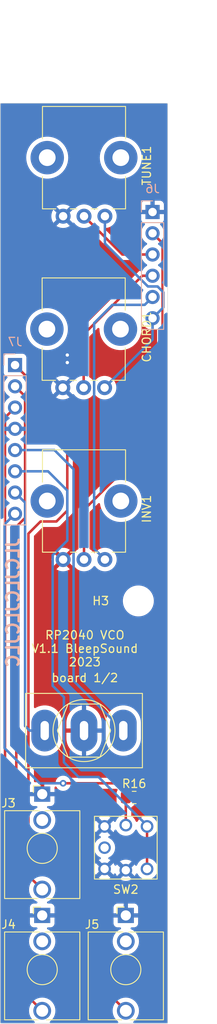
<source format=kicad_pcb>
(kicad_pcb (version 20221018) (generator pcbnew)
  (layers (0 "F.Cu" signal) (31 "B.Cu" signal) (34 "B.Paste" user) (35 "F.Paste" user) (36 "B.SilkS" user "B.Silkscreen") (37 "F.SilkS" user "F.Silkscreen") (38 "B.Mask" user) (39 "F.Mask" user) (44 "Edge.Cuts" user))
  (net 0 "")
  (net 1 "GND")
  (net 2 "+12V")
  (net 4 "+5V")
  (net 5 "+3V3")
  (net 6 "/OutJack")
  (net 7 "/ChordPot")
  (net 8 "/InvPot")
  (net 9 "/V{slash}octJack")
  (net 10 "/InvJack")
  (net 11 "/TunePot")
  (net 12 "/Push_SW")
  (net 13 "/SW_0")
  (net 14 "/SW_1")
  (net 17 "Net-(R7-Pad1)")
  (footprint "Kicad-perso:Thonkiconn" (layer "F.Cu") (at 89 133.6)
    (fp_text reference "J5" (at -4.03 1.08 180) (layer "F.SilkS"))
    (fp_text value "Inv CV")
    (fp_line (start -4.5 1.98) (end -4.5 12.48) (stroke (width 0.12)) (layer "F.SilkS"))
    (fp_line (start -1.06 -1) (end -1.06 -0.2) (stroke (width 0.12)) (layer "F.SilkS"))
    (fp_line (start -1.06 -1) (end -0.2 -1) (stroke (width 0.12)) (layer "F.SilkS"))
    (fp_line (start -0.5 12.48) (end -4.5 12.48) (stroke (width 0.12)) (layer "F.SilkS"))
    (fp_line (start -0.35 1.98) (end -4.5 1.98) (stroke (width 0.12)) (layer "F.SilkS"))
    (fp_line (start 4.5 1.98) (end 0.35 1.98) (stroke (width 0.12)) (layer "F.SilkS"))
    (fp_line (start 4.5 1.98) (end 4.5 12.48) (stroke (width 0.12)) (layer "F.SilkS"))
    (fp_line (start 4.5 12.48) (end 0.5 12.48) (stroke (width 0.12)) (layer "F.SilkS"))
    (fp_circle (center 0 6.48) (end 1.8 6.48) (stroke (width 0.12)) (fill none) (layer "F.SilkS"))
    (pad "S" thru_hole rect (at 0 0 180) (size 1.93 1.83) (drill 1.22) (layers "*.Cu" "*.Mask") (net 1 "GND"))
    (pad "T" thru_hole circle (at 0 11.4 180) (size 2.13 2.13) (drill 1.43) (layers "*.Cu" "*.Mask") (net 10 "/InvJack"))
    (pad "TN" thru_hole circle (at 0 3.1 180) (size 2.13 2.13) (drill 1.42) (layers "*.Cu" "*.Mask"))
  )
  (footprint "Kicad-perso:Thonkiconn" (layer "F.Cu") (at 79 133.6)
    (fp_text reference "J4" (at -4.03 1.08 180) (layer "F.SilkS"))
    (fp_text value "V/oct")
    (fp_line (start -4.5 1.98) (end -4.5 12.48) (stroke (width 0.12)) (layer "F.SilkS"))
    (fp_line (start -1.06 -1) (end -1.06 -0.2) (stroke (width 0.12)) (layer "F.SilkS"))
    (fp_line (start -1.06 -1) (end -0.2 -1) (stroke (width 0.12)) (layer "F.SilkS"))
    (fp_line (start -0.5 12.48) (end -4.5 12.48) (stroke (width 0.12)) (layer "F.SilkS"))
    (fp_line (start -0.35 1.98) (end -4.5 1.98) (stroke (width 0.12)) (layer "F.SilkS"))
    (fp_line (start 4.5 1.98) (end 0.35 1.98) (stroke (width 0.12)) (layer "F.SilkS"))
    (fp_line (start 4.5 1.98) (end 4.5 12.48) (stroke (width 0.12)) (layer "F.SilkS"))
    (fp_line (start 4.5 12.48) (end 0.5 12.48) (stroke (width 0.12)) (layer "F.SilkS"))
    (fp_circle (center 0 6.48) (end 1.8 6.48) (stroke (width 0.12)) (fill none) (layer "F.SilkS"))
    (pad "S" thru_hole rect (at 0 0 180) (size 1.93 1.83) (drill 1.22) (layers "*.Cu" "*.Mask") (net 1 "GND"))
    (pad "T" thru_hole circle (at 0 11.4 180) (size 2.13 2.13) (drill 1.43) (layers "*.Cu" "*.Mask") (net 9 "/V{slash}octJack"))
    (pad "TN" thru_hole circle (at 0 3.1 180) (size 2.13 2.13) (drill 1.42) (layers "*.Cu" "*.Mask"))
  )
  (footprint "Kicad-perso:Thonkiconn" (layer "F.Cu") (at 79 119.1)
    (fp_text reference "J3" (at -4.03 1.08 180) (layer "F.SilkS"))
    (fp_text value "Out")
    (fp_line (start -4.5 1.98) (end -4.5 12.48) (stroke (width 0.12)) (layer "F.SilkS"))
    (fp_line (start -1.06 -1) (end -1.06 -0.2) (stroke (width 0.12)) (layer "F.SilkS"))
    (fp_line (start -1.06 -1) (end -0.2 -1) (stroke (width 0.12)) (layer "F.SilkS"))
    (fp_line (start -0.5 12.48) (end -4.5 12.48) (stroke (width 0.12)) (layer "F.SilkS"))
    (fp_line (start -0.35 1.98) (end -4.5 1.98) (stroke (width 0.12)) (layer "F.SilkS"))
    (fp_line (start 4.5 1.98) (end 0.35 1.98) (stroke (width 0.12)) (layer "F.SilkS"))
    (fp_line (start 4.5 1.98) (end 4.5 12.48) (stroke (width 0.12)) (layer "F.SilkS"))
    (fp_line (start 4.5 12.48) (end 0.5 12.48) (stroke (width 0.12)) (layer "F.SilkS"))
    (fp_circle (center 0 6.48) (end 1.8 6.48) (stroke (width 0.12)) (fill none) (layer "F.SilkS"))
    (pad "S" thru_hole rect (at 0 0 180) (size 1.93 1.83) (drill 1.22) (layers "*.Cu" "*.Mask") (net 1 "GND"))
    (pad "T" thru_hole circle (at 0 11.4 180) (size 2.13 2.13) (drill 1.43) (layers "*.Cu" "*.Mask") (net 6 "/OutJack"))
    (pad "TN" thru_hole circle (at 0 3.1 180) (size 2.13 2.13) (drill 1.42) (layers "*.Cu" "*.Mask"))
  )
  (footprint "Kicad-perso:Pot-bourns-alpha" (layer "F.Cu") (at 86.5 50 90)
    (fp_text reference "TUNE1" (at 6.05 5 90) (layer "F.SilkS"))
    (fp_text value "10k")
    (fp_line (start 0.88 -7.47) (end 0.88 -5.871) (stroke (width 0.12)) (layer "F.SilkS"))
    (fp_line (start 0.88 -7.47) (end 4.745 -7.47) (stroke (width 0.12)) (layer "F.SilkS"))
    (fp_line (start 0.88 -4.129) (end 0.88 -3.37) (stroke (width 0.12)) (layer "F.SilkS"))
    (fp_line (start 0.88 -1.629) (end 0.88 -0.87) (stroke (width 0.12)) (layer "F.SilkS"))
    (fp_line (start 0.88 0.87) (end 0.88 2.47) (stroke (width 0.12)) (layer "F.SilkS"))
    (fp_line (start 0.88 2.47) (end 4.745 2.47) (stroke (width 0.12)) (layer "F.SilkS"))
    (fp_line (start 9.255 -7.47) (end 13.12 -7.47) (stroke (width 0.12)) (layer "F.SilkS"))
    (fp_line (start 9.255 2.47) (end 13.12 2.47) (stroke (width 0.12)) (layer "F.SilkS"))
    (fp_line (start 13.12 -7.47) (end 13.12 2.47) (stroke (width 0.12)) (layer "F.SilkS"))
    (pad "" np_thru_hole circle (at 7 -6.9 90) (size 4 4) (drill 2) (layers "*.Cu" "*.Mask"))
    (pad "" np_thru_hole circle (at 7 1.9 90) (size 4 4) (drill 2) (layers "*.Cu" "*.Mask"))
    (pad "1" thru_hole circle (at 0 0 90) (size 1.8 1.8) (drill 1) (layers "*.Cu" "*.Mask") (net 5 "+3V3"))
    (pad "2" thru_hole circle (at 0 -2.5 90) (size 1.8 1.8) (drill 1) (layers "*.Cu" "*.Mask") (net 11 "/TunePot"))
    (pad "3" thru_hole circle (at 0 -5 90) (size 1.8 1.8) (drill 1) (layers "*.Cu" "*.Mask") (net 1 "GND"))
  )
  (footprint "Kicad-perso:PB01-109TL" (layer "F.Cu") (at 89 125.5)
    (fp_text reference "SW2" (at 0 5 unlocked) (layer "F.SilkS"))
    (fp_text value "SW_MEC_LOW_PROF_LED")
    (fp_line (start -3.75 -3.75) (end 3.75 -3.75) (stroke (width 0.12)) (layer "F.SilkS"))
    (fp_line (start -3.75 3.75) (end -3.75 -3.75) (stroke (width 0.12)) (layer "F.SilkS"))
    (fp_line (start -3.75 3.75) (end 3.75 3.75) (stroke (width 0.12)) (layer "F.SilkS"))
    (fp_line (start 3.75 3.75) (end 3.75 -3.75) (stroke (width 0.12)) (layer "F.SilkS"))
    (pad "" np_thru_hole circle (at -2.54 0) (size 1.5 1.5) (drill 1) (layers "F&B.Cu" "*.Mask"))
    (pad "1" thru_hole circle (at -2.54 2.54) (size 1.524 1.524) (drill 1) (layers "*.Cu" "*.Mask") (net 1 "GND"))
    (pad "2" thru_hole circle (at -2.54 -2.54) (size 1.524 1.524) (drill 1) (layers "*.Cu" "*.Mask") (net 1 "GND"))
    (pad "3" thru_hole circle (at 2.54 2.54) (size 1.524 1.524) (drill 1) (layers "*.Cu" "*.Mask") (net 12 "/Push_SW"))
    (pad "4" thru_hole circle (at 2.54 -2.54) (size 1.524 1.524) (drill 1) (layers "*.Cu" "*.Mask") (net 12 "/Push_SW"))
    (pad "L1" thru_hole circle (at 0 -2.7) (size 1.524 1.524) (drill 1) (layers "*.Cu" "*.Mask") (net 17 "Net-(R7-Pad1)"))
    (pad "L2" thru_hole circle (at 0 2.7) (size 1.524 1.524) (drill 1) (layers "*.Cu" "*.Mask") (net 1 "GND"))
  )
  (footprint "MountingHole:MountingHole_3.2mm_M3" (layer "F.Cu") (at 90.5 96)
    (fp_text reference "H3" (at -4.5 0) (layer "F.SilkS"))
    (fp_text value "SpacerHoles")
    (pad "" np_thru_hole circle (at 0 0) (size 3.2 3.2) (drill 3.2) (layers "*.Cu" "*.Mask"))
  )
  (footprint "Resistor_SMD:R_0805_2012Metric_Pad1.20x1.40mm_HandSolder" (layer "F.Cu") (at 90 119.5)
    (fp_text reference "R16" (at 0 -1.65) (layer "F.SilkS"))
    (fp_text value "2.2k")
    (fp_line (start -0.227064 -0.735) (end 0.227064 -0.735) (stroke (width 0.12)) (layer "F.SilkS"))
    (fp_line (start -0.227064 0.735) (end 0.227064 0.735) (stroke (width 0.12)) (layer "F.SilkS"))
    (pad "1" smd roundrect (at -1 0) (size 1.2 1.4) (layers "F.Cu" "F.Paste" "F.Mask") (roundrect_rratio 0.208333) (net 17 "Net-(R7-Pad1)"))
    (pad "2" smd roundrect (at 1 0) (size 1.2 1.4) (layers "F.Cu" "F.Paste" "F.Mask") (roundrect_rratio 0.208333) (net 2 "+12V"))
  )
  (footprint "Kicad-perso:SW_Toggle_Blue_wSlots" (layer "F.Cu") (at 84 111.5 180)
    (fp_text reference "SW1" hide)
    (fp_text value "SW_SPDT")
    (fp_line (start -6.985 -4.445) (end 6.985 -4.445) (stroke (width 0.12)) (layer "F.SilkS"))
    (fp_line (start -6.985 4.445) (end -6.985 -4.445) (stroke (width 0.12)) (layer "F.SilkS"))
    (fp_line (start -3.175 0) (end -1.905 -3.175) (stroke (width 0.12)) (layer "F.SilkS"))
    (fp_line (start -1.905 -3.175) (end 1.905 -3.175) (stroke (width 0.12)) (layer "F.SilkS"))
    (fp_line (start -1.905 3.175) (end -3.175 0) (stroke (width 0.12)) (layer "F.SilkS"))
    (fp_line (start 1.905 -3.175) (end 3.175 0) (stroke (width 0.12)) (layer "F.SilkS"))
    (fp_line (start 1.905 3.175) (end -1.905 3.175) (stroke (width 0.12)) (layer "F.SilkS"))
    (fp_line (start 3.175 0) (end 1.905 3.175) (stroke (width 0.12)) (layer "F.SilkS"))
    (fp_line (start 6.985 -4.445) (end 6.985 4.445) (stroke (width 0.12)) (layer "F.SilkS"))
    (fp_line (start 6.985 4.445) (end -6.985 4.445) (stroke (width 0.12)) (layer "F.SilkS"))
    (fp_circle (center 0 0) (end 1.905 3.175) (stroke (width 0.12)) (fill none) (layer "F.SilkS"))
    (pad "1" thru_hole oval (at -4.7 0 180) (size 3.2 5) (drill oval 1 2.3) (layers "*.Cu" "*.Mask") (net 13 "/SW_0"))
    (pad "2" thru_hole oval (at 0 0 180) (size 3.2 5) (drill oval 1 2.3) (layers "*.Cu" "*.Mask") (net 1 "GND"))
    (pad "3" thru_hole oval (at 4.7 0 180) (size 3.2 5) (drill oval 1 2.3) (layers "*.Cu" "*.Mask") (net 14 "/SW_1"))
  )
  (footprint "Kicad-perso:Pot-bourns-alpha" (layer "F.Cu") (at 86.46 70.5 90)
    (fp_text reference "CHORD1" (at 6.05 5.04 90) (layer "F.SilkS"))
    (fp_text value "10k")
    (fp_line (start 0.88 -7.47) (end 0.88 -5.871) (stroke (width 0.12)) (layer "F.SilkS"))
    (fp_line (start 0.88 -7.47) (end 4.745 -7.47) (stroke (width 0.12)) (layer "F.SilkS"))
    (fp_line (start 0.88 -4.129) (end 0.88 -3.37) (stroke (width 0.12)) (layer "F.SilkS"))
    (fp_line (start 0.88 -1.629) (end 0.88 -0.87) (stroke (width 0.12)) (layer "F.SilkS"))
    (fp_line (start 0.88 0.87) (end 0.88 2.47) (stroke (width 0.12)) (layer "F.SilkS"))
    (fp_line (start 0.88 2.47) (end 4.745 2.47) (stroke (width 0.12)) (layer "F.SilkS"))
    (fp_line (start 9.255 -7.47) (end 13.12 -7.47) (stroke (width 0.12)) (layer "F.SilkS"))
    (fp_line (start 9.255 2.47) (end 13.12 2.47) (stroke (width 0.12)) (layer "F.SilkS"))
    (fp_line (start 13.12 -7.47) (end 13.12 2.47) (stroke (width 0.12)) (layer "F.SilkS"))
    (pad "" np_thru_hole circle locked (at 7 -6.9 90) (size 4 4) (drill 2) (layers "*.Cu" "*.Mask"))
    (pad "" np_thru_hole circle locked (at 7 1.9 90) (size 4 4) (drill 2) (layers "*.Cu" "*.Mask"))
    (pad "1" thru_hole circle locked (at 0 0 90) (size 1.8 1.8) (drill 1) (layers "*.Cu" "*.Mask") (net 5 "+3V3"))
    (pad "2" thru_hole circle locked (at 0 -2.5 90) (size 1.8 1.8) (drill 1) (layers "*.Cu" "*.Mask") (net 7 "/ChordPot"))
    (pad "3" thru_hole circle locked (at 0 -5 90) (size 1.8 1.8) (drill 1) (layers "*.Cu" "*.Mask") (net 1 "GND"))
  )
  (footprint "Kicad-perso:Pot-bourns-alpha" (layer "F.Cu") (at 86.5 91.05 90)
    (fp_text reference "INV1" (at 6.05 5 90) (layer "F.SilkS"))
    (fp_text value "10k")
    (fp_line (start 0.88 -7.47) (end 0.88 -5.871) (stroke (width 0.12)) (layer "F.SilkS"))
    (fp_line (start 0.88 -7.47) (end 4.745 -7.47) (stroke (width 0.12)) (layer "F.SilkS"))
    (fp_line (start 0.88 -4.129) (end 0.88 -3.37) (stroke (width 0.12)) (layer "F.SilkS"))
    (fp_line (start 0.88 -1.629) (end 0.88 -0.87) (stroke (width 0.12)) (layer "F.SilkS"))
    (fp_line (start 0.88 0.87) (end 0.88 2.47) (stroke (width 0.12)) (layer "F.SilkS"))
    (fp_line (start 0.88 2.47) (end 4.745 2.47) (stroke (width 0.12)) (layer "F.SilkS"))
    (fp_line (start 9.255 -7.47) (end 13.12 -7.47) (stroke (width 0.12)) (layer "F.SilkS"))
    (fp_line (start 9.255 2.47) (end 13.12 2.47) (stroke (width 0.12)) (layer "F.SilkS"))
    (fp_line (start 13.12 -7.47) (end 13.12 2.47) (stroke (width 0.12)) (layer "F.SilkS"))
    (pad "" np_thru_hole circle (at 7 -6.9 90) (size 4 4) (drill 2) (layers "*.Cu" "*.Mask"))
    (pad "" np_thru_hole circle (at 7 1.9 90) (size 4 4) (drill 2) (layers "*.Cu" "*.Mask"))
    (pad "1" thru_hole circle (at 0 0 90) (size 1.8 1.8) (drill 1) (layers "*.Cu" "*.Mask") (net 4 "+5V"))
    (pad "2" thru_hole circle (at 0 -2.5 90) (size 1.8 1.8) (drill 1) (layers "*.Cu" "*.Mask") (net 8 "/InvPot"))
    (pad "3" thru_hole circle (at 0 -5 90) (size 1.8 1.8) (drill 1) (layers "*.Cu" "*.Mask") (net 1 "GND"))
  )
  (footprint "Connector_PinSocket_2.54mm:PinSocket_1x06_P2.54mm_Vertical" (layer "B.Cu") (at 92.2 49.5 180)
    (fp_text reference "J6" (at 0 2.77) (layer "B.SilkS") (effects (justify mirror)))
    (fp_text value "Conn_01x06_Female")
    (fp_line (start -1.33 -14.03) (end 1.33 -14.03) (stroke (width 0.12)) (layer "B.SilkS"))
    (fp_line (start -1.33 -1.27) (end -1.33 -14.03) (stroke (width 0.12)) (layer "B.SilkS"))
    (fp_line (start -1.33 -1.27) (end 1.33 -1.27) (stroke (width 0.12)) (layer "B.SilkS"))
    (fp_line (start 0 1.33) (end 1.33 1.33) (stroke (width 0.12)) (layer "B.SilkS"))
    (fp_line (start 1.33 -1.27) (end 1.33 -14.03) (stroke (width 0.12)) (layer "B.SilkS"))
    (fp_line (start 1.33 1.33) (end 1.33 0) (stroke (width 0.12)) (layer "B.SilkS"))
    (pad "1" thru_hole rect (at 0 0 180) (size 1.7 1.7) (drill 1) (layers "*.Cu" "*.Mask") (net 1 "GND"))
    (pad "2" thru_hole oval (at 0 -2.54 180) (size 1.7 1.7) (drill 1) (layers "*.Cu" "*.Mask") (net 8 "/InvPot"))
    (pad "3" thru_hole oval (at 0 -5.08 180) (size 1.7 1.7) (drill 1) (layers "*.Cu" "*.Mask") (net 11 "/TunePot"))
    (pad "4" thru_hole oval (at 0 -7.62 180) (size 1.7 1.7) (drill 1) (layers "*.Cu" "*.Mask") (net 7 "/ChordPot"))
    (pad "5" thru_hole oval (at 0 -10.16 180) (size 1.7 1.7) (drill 1) (layers "*.Cu" "*.Mask") (net 4 "+5V"))
    (pad "6" thru_hole oval (at 0 -12.7 180) (size 1.7 1.7) (drill 1) (layers "*.Cu" "*.Mask") (net 5 "+3V3"))
  )
  (footprint "Connector_PinSocket_2.54mm:PinSocket_1x08_P2.54mm_Vertical" (layer "B.Cu") (at 75.75 67.8 180)
    (fp_text reference "J7" (at 0 2.77) (layer "B.SilkS") (effects (justify mirror)))
    (fp_text value "Conn_01x08_Female" hide)
    (fp_line (start -1.33 -19.11) (end 1.33 -19.11) (stroke (width 0.12)) (layer "B.SilkS"))
    (fp_line (start -1.33 -1.27) (end -1.33 -19.11) (stroke (width 0.12)) (layer "B.SilkS"))
    (fp_line (start -1.33 -1.27) (end 1.33 -1.27) (stroke (width 0.12)) (layer "B.SilkS"))
    (fp_line (start 0 1.33) (end 1.33 1.33) (stroke (width 0.12)) (layer "B.SilkS"))
    (fp_line (start 1.33 -1.27) (end 1.33 -19.11) (stroke (width 0.12)) (layer "B.SilkS"))
    (fp_line (start 1.33 1.33) (end 1.33 0) (stroke (width 0.12)) (layer "B.SilkS"))
    (pad "1" thru_hole rect (at 0 0 180) (size 1.7 1.7) (drill 1) (layers "*.Cu" "*.Mask") (net 6 "/OutJack"))
    (pad "2" thru_hole oval (at 0 -2.54 180) (size 1.7 1.7) (drill 1) (layers "*.Cu" "*.Mask") (net 10 "/InvJack"))
    (pad "3" thru_hole oval (at 0 -5.08 180) (size 1.7 1.7) (drill 1) (layers "*.Cu" "*.Mask") (net 9 "/V{slash}octJack"))
    (pad "4" thru_hole oval (at 0 -7.62 180) (size 1.7 1.7) (drill 1) (layers "*.Cu" "*.Mask") (net 1 "GND"))
    (pad "5" thru_hole oval (at 0 -10.16 180) (size 1.7 1.7) (drill 1) (layers "*.Cu" "*.Mask") (net 13 "/SW_0"))
    (pad "6" thru_hole oval (at 0 -12.7 180) (size 1.7 1.7) (drill 1) (layers "*.Cu" "*.Mask") (net 12 "/Push_SW"))
    (pad "7" thru_hole oval (at 0 -15.24 180) (size 1.7 1.7) (drill 1) (layers "*.Cu" "*.Mask") (net 14 "/SW_1"))
    (pad "8" thru_hole oval (at 0 -17.78 180) (size 1.7 1.7) (drill 1) (layers "*.Cu" "*.Mask") (net 2 "+12V"))
  )
  (gr_line (start 94 36.5) (end 94 146.5) (stroke (width 0.05)) (layer "Edge.Cuts"))
  (gr_line (start 74 36.5) (end 94 36.5) (stroke (width 0.05)) (layer "Edge.Cuts"))
  (gr_line (start 74 36.5) (end 74 146.5) (stroke (width 0.05)) (layer "Edge.Cuts"))
  (gr_line (start 74 146.5) (end 94 146.5) (stroke (width 0.05)) (layer "Edge.Cuts"))
  (gr_text "JLCJLCJLCJLC" (at 75.5 96.2 90) (layer "B.SilkS") (effects (font (size 1.5 1.5) (thickness 0.3)) (justify mirror)))
  (gr_text "RP2040 VCO\nV1.1 BleepSound\n2023" (at 84.1 101.7) (layer "F.SilkS") (effects (font (size 1 1))))
  (gr_text "board 1/2" (at 84.1 105.2) (layer "F.SilkS") (effects (font (size 1 1))))
  (via (at 82 66.6) (size 0.8) (drill 0.4) (layers "F.Cu" "B.Cu") (net 1))
  (via (at 82 67.5) (size 0.8) (drill 0.4) (layers "F.Cu" "B.Cu") (net 1))
  (segment (start 89.3 117.8) (end 91 119.5) (width 0.3) (layer "F.Cu") (net 2))
  (segment (start 81.5 117.8) (end 89.3 117.8) (width 0.3) (layer "F.Cu") (net 2))
  (via (at 81.5 117.8) (size 0.8) (drill 0.4) (layers "F.Cu" "B.Cu") (net 2))
  (segment (start 78.7 117.8) (end 74.5 113.6) (width 0.3) (layer "B.Cu") (net 2))
  (segment (start 81.5 117.8) (end 78.7 117.8) (width 0.3) (layer "B.Cu") (net 2))
  (segment (start 74.5 86.83) (end 75.75 85.58) (width 0.3) (layer "B.Cu") (net 2))
  (segment (start 74.5 113.6) (end 74.5 86.83) (width 0.3) (layer "B.Cu") (net 2))
  (segment (start 85.210489 69.983413) (end 85.210489 89.760489) (width 0.3) (layer "B.Cu") (net 4))
  (segment (start 85.210489 62.789511) (end 87.4 60.6) (width 0.3) (layer "B.Cu") (net 4))
  (segment (start 91.26 60.6) (end 92.2 59.66) (width 0.3) (layer "B.Cu") (net 4))
  (segment (start 87.4 60.6) (end 91.26 60.6) (width 0.3) (layer "B.Cu") (net 4))
  (segment (start 85.210489 89.760489) (end 86.5 91.05) (width 0.3) (layer "B.Cu") (net 4))
  (segment (start 85.210489 69.983413) (end 85.210489 62.789511) (width 0.3) (layer "B.Cu") (net 4))
  (segment (start 86.5 50) (end 86.5 53.257057) (width 0.3) (layer "B.Cu") (net 5))
  (segment (start 86.5 53.257057) (end 91.642943 58.4) (width 0.3) (layer "B.Cu") (net 5))
  (segment (start 92.2 62.2) (end 92.2 64.76) (width 0.3) (layer "B.Cu") (net 5))
  (segment (start 93.5 59.1) (end 93.5 60.9) (width 0.3) (layer "B.Cu") (net 5))
  (segment (start 92.8 58.4) (end 93.5 59.1) (width 0.3) (layer "B.Cu") (net 5))
  (segment (start 93.5 60.9) (end 92.2 62.2) (width 0.3) (layer "B.Cu") (net 5))
  (segment (start 92.2 64.76) (end 86.46 70.5) (width 0.3) (layer "B.Cu") (net 5))
  (segment (start 91.642943 58.4) (end 92.8 58.4) (width 0.3) (layer "B.Cu") (net 5))
  (segment (start 82 85.2) (end 82 74.05) (width 0.3) (layer "F.Cu") (net 6))
  (segment (start 79 130.5) (end 77.35048 128.85048) (width 0.3) (layer "F.Cu") (net 6))
  (segment (start 77.35048 128.85048) (end 77.35048 87.94952) (width 0.3) (layer "F.Cu") (net 6))
  (segment (start 82 74.05) (end 75.75 67.8) (width 0.3) (layer "F.Cu") (net 6))
  (segment (start 78.8 86.5) (end 80.7 86.5) (width 0.3) (layer "F.Cu") (net 6))
  (segment (start 77.35048 87.94952) (end 78.8 86.5) (width 0.3) (layer "F.Cu") (net 6))
  (segment (start 80.7 86.5) (end 82 85.2) (width 0.3) (layer "F.Cu") (net 6))
  (segment (start 90.967919 57.12) (end 83.96 64.127919) (width 0.3) (layer "F.Cu") (net 7))
  (segment (start 92.2 57.12) (end 90.967919 57.12) (width 0.3) (layer "F.Cu") (net 7))
  (segment (start 83.96 64.127919) (end 83.96 70.5) (width 0.3) (layer "F.Cu") (net 7))
  (segment (start 84 85.1) (end 84 91.05) (width 0.3) (layer "F.Cu") (net 8))
  (segment (start 93.4 53.24) (end 93.4 75.7) (width 0.3) (layer "F.Cu") (net 8))
  (segment (start 93.4 75.7) (end 87.709511 81.390489) (width 0.3) (layer "F.Cu") (net 8))
  (segment (start 92.2 52.04) (end 93.4 53.24) (width 0.3) (layer "F.Cu") (net 8))
  (segment (start 87.709511 81.390489) (end 84 85.1) (width 0.3) (layer "F.Cu") (net 8))
  (segment (start 74.550489 140.550489) (end 74.550489 74.079511) (width 0.3) (layer "F.Cu") (net 9))
  (segment (start 74.550489 74.079511) (end 75.75 72.88) (width 0.3) (layer "F.Cu") (net 9))
  (segment (start 79 145) (end 74.550489 140.550489) (width 0.3) (layer "F.Cu") (net 9))
  (segment (start 89 145) (end 87.046786 143.046786) (width 0.3) (layer "F.Cu") (net 10))
  (segment (start 75.9 87.126366) (end 76.949511 86.076855) (width 0.3) (layer "F.Cu") (net 10))
  (segment (start 87.046786 143.046786) (end 77.753214 143.046786) (width 0.3) (layer "F.Cu") (net 10))
  (segment (start 76.949511 86.076855) (end 76.949511 71.539511) (width 0.3) (layer "F.Cu") (net 10))
  (segment (start 77.753214 143.046786) (end 75.9 141.193572) (width 0.3) (layer "F.Cu") (net 10))
  (segment (start 75.9 141.193572) (end 75.9 87.126366) (width 0.3) (layer "F.Cu") (net 10))
  (segment (start 76.949511 71.539511) (end 75.75 70.34) (width 0.3) (layer "F.Cu") (net 10))
  (segment (start 92.2 54.58) (end 88.58 54.58) (width 0.3) (layer "F.Cu") (net 11))
  (segment (start 88.58 54.58) (end 84 50) (width 0.3) (layer "F.Cu") (net 11))
  (segment (start 91.54 128.04) (end 91.54 122.96) (width 0.3) (layer "F.Cu") (net 12))
  (segment (start 82 82.8) (end 82 88.782924) (width 0.3) (layer "B.Cu") (net 12))
  (segment (start 80.250489 90.532435) (end 80.250489 106.150489) (width 0.3) (layer "B.Cu") (net 12))
  (segment (start 75.75 80.5) (end 79.7 80.5) (width 0.3) (layer "B.Cu") (net 12))
  (segment (start 79.7 80.5) (end 82 82.8) (width 0.3) (layer "B.Cu") (net 12))
  (segment (start 83.350489 117.050489) (end 85.740489 117.050489) (width 0.3) (layer "B.Cu") (net 12))
  (segment (start 82 88.782924) (end 80.250489 90.532435) (width 0.3) (layer "B.Cu") (net 12))
  (segment (start 91.54 122.85) (end 91.54 122.96) (width 0.3) (layer "B.Cu") (net 12))
  (segment (start 81.6 115.3) (end 83.350489 117.050489) (width 0.3) (layer "B.Cu") (net 12))
  (segment (start 85.740489 117.050489) (end 91.54 122.85) (width 0.3) (layer "B.Cu") (net 12))
  (segment (start 80.250489 106.150489) (end 81.6 107.5) (width 0.3) (layer "B.Cu") (net 12))
  (segment (start 81.6 107.5) (end 81.6 115.3) (width 0.3) (layer "B.Cu") (net 12))
  (segment (start 82.750489 80.250489) (end 80.46 77.96) (width 0.3) (layer "B.Cu") (net 13))
  (segment (start 82.750489 105.550489) (end 82.750489 80.250489) (width 0.3) (layer "B.Cu") (net 13))
  (segment (start 80.46 77.96) (end 75.75 77.96) (width 0.3) (layer "B.Cu") (net 13))
  (segment (start 88.7 111.5) (end 82.750489 105.550489) (width 0.3) (layer "B.Cu") (net 13))
  (segment (start 77.5 111.5) (end 79.3 111.5) (width 0.3) (layer "B.Cu") (net 14))
  (segment (start 76.949511 84.239511) (end 76.949511 99.249511) (width 0.3) (layer "B.Cu") (net 14))
  (segment (start 76.949511 99.249511) (end 76.949511 110.949511) (width 0.3) (layer "B.Cu") (net 14))
  (segment (start 76.949511 110.949511) (end 77.5 111.5) (width 0.3) (layer "B.Cu") (net 14))
  (segment (start 75.75 83.04) (end 76.949511 84.239511) (width 0.3) (layer "B.Cu") (net 14))
  (segment (start 89 119.5) (end 89 122.8) (width 0.3) (layer "F.Cu") (net 17))
  (zone (net 1) (net_name "GND") (layer "F.Cu") (connect_pads (clearance 0.508)) (min_thickness 0.254) (fill yes (thermal_gap 0.508) (thermal_bridge_width 0.508))
    (polygon (pts (xy 94 146.5) (xy 74 146.5) (xy 74 36.5) (xy 94 36.5)))
  )
  (zone (net 1) (net_name "GND") (layer "B.Cu") (connect_pads (clearance 0.508)) (min_thickness 0.254) (fill yes (thermal_gap 0.508) (thermal_bridge_width 0.508))
    (polygon (pts (xy 94 146.5) (xy 74 146.5) (xy 74 36.5) (xy 94 36.5)))
  )
)
</source>
